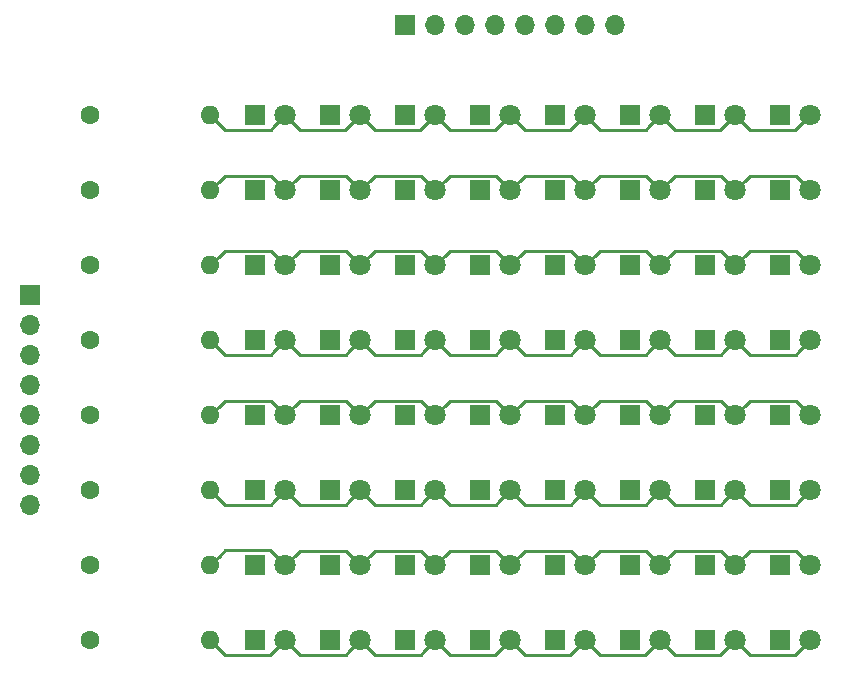
<source format=gbl>
G04 #@! TF.GenerationSoftware,KiCad,Pcbnew,5.0.2+dfsg1-1~bpo9+1*
G04 #@! TF.CreationDate,2019-05-26T15:46:40+01:00*
G04 #@! TF.ProjectId,LedMatrix,4c65644d-6174-4726-9978-2e6b69636164,1.0*
G04 #@! TF.SameCoordinates,Original*
G04 #@! TF.FileFunction,Copper,L2,Bot*
G04 #@! TF.FilePolarity,Positive*
%FSLAX46Y46*%
G04 Gerber Fmt 4.6, Leading zero omitted, Abs format (unit mm)*
G04 Created by KiCad (PCBNEW 5.0.2+dfsg1-1~bpo9+1) date Sun 26 May 2019 15:46:40 IST*
%MOMM*%
%LPD*%
G01*
G04 APERTURE LIST*
G04 #@! TA.AperFunction,ComponentPad*
%ADD10O,1.700000X1.700000*%
G04 #@! TD*
G04 #@! TA.AperFunction,ComponentPad*
%ADD11R,1.700000X1.700000*%
G04 #@! TD*
G04 #@! TA.AperFunction,ComponentPad*
%ADD12C,1.800000*%
G04 #@! TD*
G04 #@! TA.AperFunction,ComponentPad*
%ADD13R,1.800000X1.800000*%
G04 #@! TD*
G04 #@! TA.AperFunction,ComponentPad*
%ADD14O,1.600000X1.600000*%
G04 #@! TD*
G04 #@! TA.AperFunction,ComponentPad*
%ADD15C,1.600000*%
G04 #@! TD*
G04 #@! TA.AperFunction,Conductor*
%ADD16C,0.250000*%
G04 #@! TD*
G04 APERTURE END LIST*
D10*
G04 #@! TO.P,J2,8*
G04 #@! TO.N,Net-(D57-Pad1)*
X106680000Y-27940000D03*
G04 #@! TO.P,J2,7*
G04 #@! TO.N,Net-(D49-Pad1)*
X104140000Y-27940000D03*
G04 #@! TO.P,J2,6*
G04 #@! TO.N,Net-(D41-Pad1)*
X101600000Y-27940000D03*
G04 #@! TO.P,J2,5*
G04 #@! TO.N,Net-(D33-Pad1)*
X99060000Y-27940000D03*
G04 #@! TO.P,J2,4*
G04 #@! TO.N,Net-(D25-Pad1)*
X96520000Y-27940000D03*
G04 #@! TO.P,J2,3*
G04 #@! TO.N,Net-(D17-Pad1)*
X93980000Y-27940000D03*
G04 #@! TO.P,J2,2*
G04 #@! TO.N,Net-(D10-Pad1)*
X91440000Y-27940000D03*
D11*
G04 #@! TO.P,J2,1*
G04 #@! TO.N,Net-(D1-Pad1)*
X88900000Y-27940000D03*
G04 #@! TD*
G04 #@! TO.P,J1,1*
G04 #@! TO.N,Net-(J1-Pad1)*
X57150000Y-50800000D03*
D10*
G04 #@! TO.P,J1,2*
G04 #@! TO.N,Net-(J1-Pad2)*
X57150000Y-53340000D03*
G04 #@! TO.P,J1,3*
G04 #@! TO.N,Net-(J1-Pad3)*
X57150000Y-55880000D03*
G04 #@! TO.P,J1,4*
G04 #@! TO.N,Net-(J1-Pad4)*
X57150000Y-58420000D03*
G04 #@! TO.P,J1,5*
G04 #@! TO.N,Net-(J1-Pad5)*
X57150000Y-60960000D03*
G04 #@! TO.P,J1,6*
G04 #@! TO.N,Net-(J1-Pad6)*
X57150000Y-63500000D03*
G04 #@! TO.P,J1,7*
G04 #@! TO.N,Net-(J1-Pad7)*
X57150000Y-66040000D03*
G04 #@! TO.P,J1,8*
G04 #@! TO.N,Net-(J1-Pad8)*
X57150000Y-68580000D03*
G04 #@! TD*
D12*
G04 #@! TO.P,D41,2*
G04 #@! TO.N,Net-(D1-Pad2)*
X110490000Y-35560000D03*
D13*
G04 #@! TO.P,D41,1*
G04 #@! TO.N,Net-(D41-Pad1)*
X107950000Y-35560000D03*
G04 #@! TD*
G04 #@! TO.P,D42,1*
G04 #@! TO.N,Net-(D41-Pad1)*
X107950000Y-41910000D03*
D12*
G04 #@! TO.P,D42,2*
G04 #@! TO.N,Net-(D10-Pad2)*
X110490000Y-41910000D03*
G04 #@! TD*
D13*
G04 #@! TO.P,D58,1*
G04 #@! TO.N,Net-(D57-Pad1)*
X120650000Y-41910000D03*
D12*
G04 #@! TO.P,D58,2*
G04 #@! TO.N,Net-(D10-Pad2)*
X123190000Y-41910000D03*
G04 #@! TD*
G04 #@! TO.P,D50,2*
G04 #@! TO.N,Net-(D10-Pad2)*
X116840000Y-41910000D03*
D13*
G04 #@! TO.P,D50,1*
G04 #@! TO.N,Net-(D49-Pad1)*
X114300000Y-41910000D03*
G04 #@! TD*
D12*
G04 #@! TO.P,D57,2*
G04 #@! TO.N,Net-(D1-Pad2)*
X123190000Y-35560000D03*
D13*
G04 #@! TO.P,D57,1*
G04 #@! TO.N,Net-(D57-Pad1)*
X120650000Y-35560000D03*
G04 #@! TD*
D12*
G04 #@! TO.P,D49,2*
G04 #@! TO.N,Net-(D1-Pad2)*
X116840000Y-35560000D03*
D13*
G04 #@! TO.P,D49,1*
G04 #@! TO.N,Net-(D49-Pad1)*
X114300000Y-35560000D03*
G04 #@! TD*
D12*
G04 #@! TO.P,D52,2*
G04 #@! TO.N,Net-(D12-Pad2)*
X116840000Y-54610000D03*
D13*
G04 #@! TO.P,D52,1*
G04 #@! TO.N,Net-(D49-Pad1)*
X114300000Y-54610000D03*
G04 #@! TD*
G04 #@! TO.P,D54,1*
G04 #@! TO.N,Net-(D49-Pad1)*
X114300000Y-67310000D03*
D12*
G04 #@! TO.P,D54,2*
G04 #@! TO.N,Net-(D14-Pad2)*
X116840000Y-67310000D03*
G04 #@! TD*
G04 #@! TO.P,D55,2*
G04 #@! TO.N,Net-(D15-Pad2)*
X116840000Y-73660000D03*
D13*
G04 #@! TO.P,D55,1*
G04 #@! TO.N,Net-(D49-Pad1)*
X114300000Y-73660000D03*
G04 #@! TD*
G04 #@! TO.P,D56,1*
G04 #@! TO.N,Net-(D49-Pad1)*
X114300000Y-80010000D03*
D12*
G04 #@! TO.P,D56,2*
G04 #@! TO.N,Net-(D16-Pad2)*
X116840000Y-80010000D03*
G04 #@! TD*
G04 #@! TO.P,D59,2*
G04 #@! TO.N,Net-(D11-Pad2)*
X123190000Y-48260000D03*
D13*
G04 #@! TO.P,D59,1*
G04 #@! TO.N,Net-(D57-Pad1)*
X120650000Y-48260000D03*
G04 #@! TD*
G04 #@! TO.P,D60,1*
G04 #@! TO.N,Net-(D57-Pad1)*
X120650000Y-54610000D03*
D12*
G04 #@! TO.P,D60,2*
G04 #@! TO.N,Net-(D12-Pad2)*
X123190000Y-54610000D03*
G04 #@! TD*
G04 #@! TO.P,D61,2*
G04 #@! TO.N,Net-(D13-Pad2)*
X123190000Y-60960000D03*
D13*
G04 #@! TO.P,D61,1*
G04 #@! TO.N,Net-(D57-Pad1)*
X120650000Y-60960000D03*
G04 #@! TD*
G04 #@! TO.P,D62,1*
G04 #@! TO.N,Net-(D57-Pad1)*
X120650000Y-67310000D03*
D12*
G04 #@! TO.P,D62,2*
G04 #@! TO.N,Net-(D14-Pad2)*
X123190000Y-67310000D03*
G04 #@! TD*
G04 #@! TO.P,D63,2*
G04 #@! TO.N,Net-(D15-Pad2)*
X123190000Y-73660000D03*
D13*
G04 #@! TO.P,D63,1*
G04 #@! TO.N,Net-(D57-Pad1)*
X120650000Y-73660000D03*
G04 #@! TD*
G04 #@! TO.P,D64,1*
G04 #@! TO.N,Net-(D57-Pad1)*
X120650000Y-80010000D03*
D12*
G04 #@! TO.P,D64,2*
G04 #@! TO.N,Net-(D16-Pad2)*
X123190000Y-80010000D03*
G04 #@! TD*
G04 #@! TO.P,D10,2*
G04 #@! TO.N,Net-(D10-Pad2)*
X85090000Y-41910000D03*
D13*
G04 #@! TO.P,D10,1*
G04 #@! TO.N,Net-(D10-Pad1)*
X82550000Y-41910000D03*
G04 #@! TD*
G04 #@! TO.P,D17,1*
G04 #@! TO.N,Net-(D17-Pad1)*
X88900000Y-35560000D03*
D12*
G04 #@! TO.P,D17,2*
G04 #@! TO.N,Net-(D1-Pad2)*
X91440000Y-35560000D03*
G04 #@! TD*
G04 #@! TO.P,D15,2*
G04 #@! TO.N,Net-(D15-Pad2)*
X85090000Y-73660000D03*
D13*
G04 #@! TO.P,D15,1*
G04 #@! TO.N,Net-(D10-Pad1)*
X82550000Y-73660000D03*
G04 #@! TD*
G04 #@! TO.P,D53,1*
G04 #@! TO.N,Net-(D49-Pad1)*
X114300000Y-60960000D03*
D12*
G04 #@! TO.P,D53,2*
G04 #@! TO.N,Net-(D13-Pad2)*
X116840000Y-60960000D03*
G04 #@! TD*
G04 #@! TO.P,D51,2*
G04 #@! TO.N,Net-(D11-Pad2)*
X116840000Y-48260000D03*
D13*
G04 #@! TO.P,D51,1*
G04 #@! TO.N,Net-(D49-Pad1)*
X114300000Y-48260000D03*
G04 #@! TD*
G04 #@! TO.P,D38,1*
G04 #@! TO.N,Net-(D33-Pad1)*
X101600000Y-67310000D03*
D12*
G04 #@! TO.P,D38,2*
G04 #@! TO.N,Net-(D14-Pad2)*
X104140000Y-67310000D03*
G04 #@! TD*
G04 #@! TO.P,D39,2*
G04 #@! TO.N,Net-(D15-Pad2)*
X104140000Y-73660000D03*
D13*
G04 #@! TO.P,D39,1*
G04 #@! TO.N,Net-(D33-Pad1)*
X101600000Y-73660000D03*
G04 #@! TD*
G04 #@! TO.P,D40,1*
G04 #@! TO.N,Net-(D33-Pad1)*
X101600000Y-80010000D03*
D12*
G04 #@! TO.P,D40,2*
G04 #@! TO.N,Net-(D16-Pad2)*
X104140000Y-80010000D03*
G04 #@! TD*
G04 #@! TO.P,D43,2*
G04 #@! TO.N,Net-(D11-Pad2)*
X110490000Y-48260000D03*
D13*
G04 #@! TO.P,D43,1*
G04 #@! TO.N,Net-(D41-Pad1)*
X107950000Y-48260000D03*
G04 #@! TD*
G04 #@! TO.P,D44,1*
G04 #@! TO.N,Net-(D41-Pad1)*
X107950000Y-54610000D03*
D12*
G04 #@! TO.P,D44,2*
G04 #@! TO.N,Net-(D12-Pad2)*
X110490000Y-54610000D03*
G04 #@! TD*
G04 #@! TO.P,D45,2*
G04 #@! TO.N,Net-(D13-Pad2)*
X110490000Y-60960000D03*
D13*
G04 #@! TO.P,D45,1*
G04 #@! TO.N,Net-(D41-Pad1)*
X107950000Y-60960000D03*
G04 #@! TD*
G04 #@! TO.P,D46,1*
G04 #@! TO.N,Net-(D41-Pad1)*
X107950000Y-67310000D03*
D12*
G04 #@! TO.P,D46,2*
G04 #@! TO.N,Net-(D14-Pad2)*
X110490000Y-67310000D03*
G04 #@! TD*
G04 #@! TO.P,D47,2*
G04 #@! TO.N,Net-(D15-Pad2)*
X110490000Y-73660000D03*
D13*
G04 #@! TO.P,D47,1*
G04 #@! TO.N,Net-(D41-Pad1)*
X107950000Y-73660000D03*
G04 #@! TD*
G04 #@! TO.P,D48,1*
G04 #@! TO.N,Net-(D41-Pad1)*
X107950000Y-80010000D03*
D12*
G04 #@! TO.P,D48,2*
G04 #@! TO.N,Net-(D16-Pad2)*
X110490000Y-80010000D03*
G04 #@! TD*
D13*
G04 #@! TO.P,D1,1*
G04 #@! TO.N,Net-(D1-Pad1)*
X76200000Y-35560000D03*
D12*
G04 #@! TO.P,D1,2*
G04 #@! TO.N,Net-(D1-Pad2)*
X78740000Y-35560000D03*
G04 #@! TD*
D13*
G04 #@! TO.P,D16,1*
G04 #@! TO.N,Net-(D10-Pad1)*
X82550000Y-80010000D03*
D12*
G04 #@! TO.P,D16,2*
G04 #@! TO.N,Net-(D16-Pad2)*
X85090000Y-80010000D03*
G04 #@! TD*
G04 #@! TO.P,D19,2*
G04 #@! TO.N,Net-(D11-Pad2)*
X91440000Y-48260000D03*
D13*
G04 #@! TO.P,D19,1*
G04 #@! TO.N,Net-(D17-Pad1)*
X88900000Y-48260000D03*
G04 #@! TD*
G04 #@! TO.P,D21,1*
G04 #@! TO.N,Net-(D17-Pad1)*
X88900000Y-60960000D03*
D12*
G04 #@! TO.P,D21,2*
G04 #@! TO.N,Net-(D13-Pad2)*
X91440000Y-60960000D03*
G04 #@! TD*
G04 #@! TO.P,D22,2*
G04 #@! TO.N,Net-(D14-Pad2)*
X91440000Y-67310000D03*
D13*
G04 #@! TO.P,D22,1*
G04 #@! TO.N,Net-(D17-Pad1)*
X88900000Y-67310000D03*
G04 #@! TD*
G04 #@! TO.P,D23,1*
G04 #@! TO.N,Net-(D17-Pad1)*
X88900000Y-73660000D03*
D12*
G04 #@! TO.P,D23,2*
G04 #@! TO.N,Net-(D15-Pad2)*
X91440000Y-73660000D03*
G04 #@! TD*
G04 #@! TO.P,D24,2*
G04 #@! TO.N,Net-(D16-Pad2)*
X91440000Y-80010000D03*
D13*
G04 #@! TO.P,D24,1*
G04 #@! TO.N,Net-(D17-Pad1)*
X88900000Y-80010000D03*
G04 #@! TD*
G04 #@! TO.P,D25,1*
G04 #@! TO.N,Net-(D25-Pad1)*
X95250000Y-35560000D03*
D12*
G04 #@! TO.P,D25,2*
G04 #@! TO.N,Net-(D1-Pad2)*
X97790000Y-35560000D03*
G04 #@! TD*
G04 #@! TO.P,D26,2*
G04 #@! TO.N,Net-(D10-Pad2)*
X97790000Y-41910000D03*
D13*
G04 #@! TO.P,D26,1*
G04 #@! TO.N,Net-(D25-Pad1)*
X95250000Y-41910000D03*
G04 #@! TD*
G04 #@! TO.P,D27,1*
G04 #@! TO.N,Net-(D25-Pad1)*
X95250000Y-48260000D03*
D12*
G04 #@! TO.P,D27,2*
G04 #@! TO.N,Net-(D11-Pad2)*
X97790000Y-48260000D03*
G04 #@! TD*
G04 #@! TO.P,D28,2*
G04 #@! TO.N,Net-(D12-Pad2)*
X97790000Y-54610000D03*
D13*
G04 #@! TO.P,D28,1*
G04 #@! TO.N,Net-(D25-Pad1)*
X95250000Y-54610000D03*
G04 #@! TD*
G04 #@! TO.P,D29,1*
G04 #@! TO.N,Net-(D25-Pad1)*
X95250000Y-60960000D03*
D12*
G04 #@! TO.P,D29,2*
G04 #@! TO.N,Net-(D13-Pad2)*
X97790000Y-60960000D03*
G04 #@! TD*
G04 #@! TO.P,D30,2*
G04 #@! TO.N,Net-(D14-Pad2)*
X97790000Y-67310000D03*
D13*
G04 #@! TO.P,D30,1*
G04 #@! TO.N,Net-(D25-Pad1)*
X95250000Y-67310000D03*
G04 #@! TD*
G04 #@! TO.P,D31,1*
G04 #@! TO.N,Net-(D25-Pad1)*
X95250000Y-73660000D03*
D12*
G04 #@! TO.P,D31,2*
G04 #@! TO.N,Net-(D15-Pad2)*
X97790000Y-73660000D03*
G04 #@! TD*
G04 #@! TO.P,D32,2*
G04 #@! TO.N,Net-(D16-Pad2)*
X97790000Y-80010000D03*
D13*
G04 #@! TO.P,D32,1*
G04 #@! TO.N,Net-(D25-Pad1)*
X95250000Y-80010000D03*
G04 #@! TD*
G04 #@! TO.P,D33,1*
G04 #@! TO.N,Net-(D33-Pad1)*
X101600000Y-35560000D03*
D12*
G04 #@! TO.P,D33,2*
G04 #@! TO.N,Net-(D1-Pad2)*
X104140000Y-35560000D03*
G04 #@! TD*
G04 #@! TO.P,D34,2*
G04 #@! TO.N,Net-(D10-Pad2)*
X104140000Y-41910000D03*
D13*
G04 #@! TO.P,D34,1*
G04 #@! TO.N,Net-(D33-Pad1)*
X101600000Y-41910000D03*
G04 #@! TD*
G04 #@! TO.P,D35,1*
G04 #@! TO.N,Net-(D33-Pad1)*
X101600000Y-48260000D03*
D12*
G04 #@! TO.P,D35,2*
G04 #@! TO.N,Net-(D11-Pad2)*
X104140000Y-48260000D03*
G04 #@! TD*
G04 #@! TO.P,D37,2*
G04 #@! TO.N,Net-(D13-Pad2)*
X104140000Y-60960000D03*
D13*
G04 #@! TO.P,D37,1*
G04 #@! TO.N,Net-(D33-Pad1)*
X101600000Y-60960000D03*
G04 #@! TD*
G04 #@! TO.P,D13,1*
G04 #@! TO.N,Net-(D10-Pad1)*
X82550000Y-60960000D03*
D12*
G04 #@! TO.P,D13,2*
G04 #@! TO.N,Net-(D13-Pad2)*
X85090000Y-60960000D03*
G04 #@! TD*
G04 #@! TO.P,D12,2*
G04 #@! TO.N,Net-(D12-Pad2)*
X85090000Y-54610000D03*
D13*
G04 #@! TO.P,D12,1*
G04 #@! TO.N,Net-(D10-Pad1)*
X82550000Y-54610000D03*
G04 #@! TD*
G04 #@! TO.P,D11,1*
G04 #@! TO.N,Net-(D10-Pad1)*
X82550000Y-48260000D03*
D12*
G04 #@! TO.P,D11,2*
G04 #@! TO.N,Net-(D11-Pad2)*
X85090000Y-48260000D03*
G04 #@! TD*
G04 #@! TO.P,D18,2*
G04 #@! TO.N,Net-(D10-Pad2)*
X91440000Y-41910000D03*
D13*
G04 #@! TO.P,D18,1*
G04 #@! TO.N,Net-(D17-Pad1)*
X88900000Y-41910000D03*
G04 #@! TD*
G04 #@! TO.P,D9,1*
G04 #@! TO.N,Net-(D10-Pad1)*
X82550000Y-35560000D03*
D12*
G04 #@! TO.P,D9,2*
G04 #@! TO.N,Net-(D1-Pad2)*
X85090000Y-35560000D03*
G04 #@! TD*
G04 #@! TO.P,D8,2*
G04 #@! TO.N,Net-(D16-Pad2)*
X78740000Y-80010000D03*
D13*
G04 #@! TO.P,D8,1*
G04 #@! TO.N,Net-(D1-Pad1)*
X76200000Y-80010000D03*
G04 #@! TD*
G04 #@! TO.P,D7,1*
G04 #@! TO.N,Net-(D1-Pad1)*
X76200000Y-73660000D03*
D12*
G04 #@! TO.P,D7,2*
G04 #@! TO.N,Net-(D15-Pad2)*
X78740000Y-73660000D03*
G04 #@! TD*
G04 #@! TO.P,D6,2*
G04 #@! TO.N,Net-(D14-Pad2)*
X78740000Y-67310000D03*
D13*
G04 #@! TO.P,D6,1*
G04 #@! TO.N,Net-(D1-Pad1)*
X76200000Y-67310000D03*
G04 #@! TD*
G04 #@! TO.P,D5,1*
G04 #@! TO.N,Net-(D1-Pad1)*
X76200000Y-60960000D03*
D12*
G04 #@! TO.P,D5,2*
G04 #@! TO.N,Net-(D13-Pad2)*
X78740000Y-60960000D03*
G04 #@! TD*
G04 #@! TO.P,D4,2*
G04 #@! TO.N,Net-(D12-Pad2)*
X78740000Y-54610000D03*
D13*
G04 #@! TO.P,D4,1*
G04 #@! TO.N,Net-(D1-Pad1)*
X76200000Y-54610000D03*
G04 #@! TD*
G04 #@! TO.P,D3,1*
G04 #@! TO.N,Net-(D1-Pad1)*
X76200000Y-48260000D03*
D12*
G04 #@! TO.P,D3,2*
G04 #@! TO.N,Net-(D11-Pad2)*
X78740000Y-48260000D03*
G04 #@! TD*
G04 #@! TO.P,D2,2*
G04 #@! TO.N,Net-(D10-Pad2)*
X78740000Y-41910000D03*
D13*
G04 #@! TO.P,D2,1*
G04 #@! TO.N,Net-(D1-Pad1)*
X76200000Y-41910000D03*
G04 #@! TD*
G04 #@! TO.P,D20,1*
G04 #@! TO.N,Net-(D17-Pad1)*
X88900000Y-54610000D03*
D12*
G04 #@! TO.P,D20,2*
G04 #@! TO.N,Net-(D12-Pad2)*
X91440000Y-54610000D03*
G04 #@! TD*
G04 #@! TO.P,D14,2*
G04 #@! TO.N,Net-(D14-Pad2)*
X85090000Y-67310000D03*
D13*
G04 #@! TO.P,D14,1*
G04 #@! TO.N,Net-(D10-Pad1)*
X82550000Y-67310000D03*
G04 #@! TD*
G04 #@! TO.P,D36,1*
G04 #@! TO.N,Net-(D33-Pad1)*
X101600000Y-54610000D03*
D12*
G04 #@! TO.P,D36,2*
G04 #@! TO.N,Net-(D12-Pad2)*
X104140000Y-54610000D03*
G04 #@! TD*
D14*
G04 #@! TO.P,R8,2*
G04 #@! TO.N,Net-(D16-Pad2)*
X72390000Y-80010000D03*
D15*
G04 #@! TO.P,R8,1*
G04 #@! TO.N,Net-(J1-Pad8)*
X62230000Y-80010000D03*
G04 #@! TD*
G04 #@! TO.P,R1,1*
G04 #@! TO.N,Net-(J1-Pad1)*
X62230000Y-35560000D03*
D14*
G04 #@! TO.P,R1,2*
G04 #@! TO.N,Net-(D1-Pad2)*
X72390000Y-35560000D03*
G04 #@! TD*
G04 #@! TO.P,R2,2*
G04 #@! TO.N,Net-(D10-Pad2)*
X72390000Y-41910000D03*
D15*
G04 #@! TO.P,R2,1*
G04 #@! TO.N,Net-(J1-Pad2)*
X62230000Y-41910000D03*
G04 #@! TD*
G04 #@! TO.P,R3,1*
G04 #@! TO.N,Net-(J1-Pad3)*
X62230000Y-48260000D03*
D14*
G04 #@! TO.P,R3,2*
G04 #@! TO.N,Net-(D11-Pad2)*
X72390000Y-48260000D03*
G04 #@! TD*
G04 #@! TO.P,R4,2*
G04 #@! TO.N,Net-(D12-Pad2)*
X72390000Y-54610000D03*
D15*
G04 #@! TO.P,R4,1*
G04 #@! TO.N,Net-(J1-Pad4)*
X62230000Y-54610000D03*
G04 #@! TD*
G04 #@! TO.P,R5,1*
G04 #@! TO.N,Net-(J1-Pad5)*
X62230000Y-60960000D03*
D14*
G04 #@! TO.P,R5,2*
G04 #@! TO.N,Net-(D13-Pad2)*
X72390000Y-60960000D03*
G04 #@! TD*
G04 #@! TO.P,R6,2*
G04 #@! TO.N,Net-(D14-Pad2)*
X72390000Y-67310000D03*
D15*
G04 #@! TO.P,R6,1*
G04 #@! TO.N,Net-(J1-Pad6)*
X62230000Y-67310000D03*
G04 #@! TD*
G04 #@! TO.P,R7,1*
G04 #@! TO.N,Net-(J1-Pad7)*
X62230000Y-73660000D03*
D14*
G04 #@! TO.P,R7,2*
G04 #@! TO.N,Net-(D15-Pad2)*
X72390000Y-73660000D03*
G04 #@! TD*
D16*
G04 #@! TO.N,Net-(D15-Pad2)*
X117739999Y-72760001D02*
X116840000Y-73660000D01*
X118065001Y-72434999D02*
X117739999Y-72760001D01*
X121964999Y-72434999D02*
X118065001Y-72434999D01*
X123190000Y-73660000D02*
X121964999Y-72434999D01*
X111389999Y-72760001D02*
X110490000Y-73660000D01*
X111715001Y-72434999D02*
X111389999Y-72760001D01*
X115614999Y-72434999D02*
X111715001Y-72434999D01*
X116840000Y-73660000D02*
X115614999Y-72434999D01*
X105039999Y-72760001D02*
X104140000Y-73660000D01*
X105365001Y-72434999D02*
X105039999Y-72760001D01*
X109264999Y-72434999D02*
X105365001Y-72434999D01*
X110490000Y-73660000D02*
X109264999Y-72434999D01*
X98689999Y-72760001D02*
X97790000Y-73660000D01*
X99015001Y-72434999D02*
X98689999Y-72760001D01*
X102914999Y-72434999D02*
X99015001Y-72434999D01*
X104140000Y-73660000D02*
X102914999Y-72434999D01*
X92339999Y-72760001D02*
X91440000Y-73660000D01*
X96564999Y-72434999D02*
X92665001Y-72434999D01*
X92665001Y-72434999D02*
X92339999Y-72760001D01*
X97790000Y-73660000D02*
X96564999Y-72434999D01*
X85989999Y-72760001D02*
X85090000Y-73660000D01*
X90214999Y-72434999D02*
X86315001Y-72434999D01*
X86315001Y-72434999D02*
X85989999Y-72760001D01*
X91440000Y-73660000D02*
X90214999Y-72434999D01*
X79639999Y-72760001D02*
X78740000Y-73660000D01*
X79965001Y-72434999D02*
X79639999Y-72760001D01*
X83864999Y-72434999D02*
X79965001Y-72434999D01*
X85090000Y-73660000D02*
X83864999Y-72434999D01*
X73189999Y-72860001D02*
X72390000Y-73660000D01*
X73660000Y-72390000D02*
X73189999Y-72860001D01*
X77470000Y-72390000D02*
X73660000Y-72390000D01*
X78740000Y-73660000D02*
X77470000Y-72390000D01*
G04 #@! TO.N,Net-(D14-Pad2)*
X77514999Y-68535001D02*
X77840001Y-68209999D01*
X73615001Y-68535001D02*
X77514999Y-68535001D01*
X77840001Y-68209999D02*
X78740000Y-67310000D01*
X72390000Y-67310000D02*
X73615001Y-68535001D01*
X84190001Y-68209999D02*
X85090000Y-67310000D01*
X83864999Y-68535001D02*
X84190001Y-68209999D01*
X79965001Y-68535001D02*
X83864999Y-68535001D01*
X78740000Y-67310000D02*
X79965001Y-68535001D01*
X90540001Y-68209999D02*
X91440000Y-67310000D01*
X90214999Y-68535001D02*
X90540001Y-68209999D01*
X86315001Y-68535001D02*
X90214999Y-68535001D01*
X85090000Y-67310000D02*
X86315001Y-68535001D01*
X96890001Y-68209999D02*
X97790000Y-67310000D01*
X96564999Y-68535001D02*
X96890001Y-68209999D01*
X92665001Y-68535001D02*
X96564999Y-68535001D01*
X91440000Y-67310000D02*
X92665001Y-68535001D01*
X103240001Y-68209999D02*
X104140000Y-67310000D01*
X99015001Y-68535001D02*
X102914999Y-68535001D01*
X102914999Y-68535001D02*
X103240001Y-68209999D01*
X97790000Y-67310000D02*
X99015001Y-68535001D01*
X109264999Y-68535001D02*
X109590001Y-68209999D01*
X105365001Y-68535001D02*
X109264999Y-68535001D01*
X109590001Y-68209999D02*
X110490000Y-67310000D01*
X104140000Y-67310000D02*
X105365001Y-68535001D01*
X115940001Y-68209999D02*
X116840000Y-67310000D01*
X115614999Y-68535001D02*
X115940001Y-68209999D01*
X111715001Y-68535001D02*
X115614999Y-68535001D01*
X110490000Y-67310000D02*
X111715001Y-68535001D01*
X118065001Y-68535001D02*
X121964999Y-68535001D01*
X122290001Y-68209999D02*
X123190000Y-67310000D01*
X121964999Y-68535001D02*
X122290001Y-68209999D01*
X116840000Y-67310000D02*
X118065001Y-68535001D01*
G04 #@! TO.N,Net-(D13-Pad2)*
X117739999Y-60060001D02*
X116840000Y-60960000D01*
X118065001Y-59734999D02*
X117739999Y-60060001D01*
X121964999Y-59734999D02*
X118065001Y-59734999D01*
X123190000Y-60960000D02*
X121964999Y-59734999D01*
X111715001Y-59734999D02*
X111389999Y-60060001D01*
X111389999Y-60060001D02*
X110490000Y-60960000D01*
X115614999Y-59734999D02*
X111715001Y-59734999D01*
X116840000Y-60960000D02*
X115614999Y-59734999D01*
X105365001Y-59734999D02*
X105039999Y-60060001D01*
X109264999Y-59734999D02*
X105365001Y-59734999D01*
X105039999Y-60060001D02*
X104140000Y-60960000D01*
X110490000Y-60960000D02*
X109264999Y-59734999D01*
X98689999Y-60060001D02*
X97790000Y-60960000D01*
X99015001Y-59734999D02*
X98689999Y-60060001D01*
X102914999Y-59734999D02*
X99015001Y-59734999D01*
X104140000Y-60960000D02*
X102914999Y-59734999D01*
X92339999Y-60060001D02*
X91440000Y-60960000D01*
X92665001Y-59734999D02*
X92339999Y-60060001D01*
X96564999Y-59734999D02*
X92665001Y-59734999D01*
X97790000Y-60960000D02*
X96564999Y-59734999D01*
X85989999Y-60060001D02*
X85090000Y-60960000D01*
X86315001Y-59734999D02*
X85989999Y-60060001D01*
X90214999Y-59734999D02*
X86315001Y-59734999D01*
X91440000Y-60960000D02*
X90214999Y-59734999D01*
X79639999Y-60060001D02*
X78740000Y-60960000D01*
X79965001Y-59734999D02*
X79639999Y-60060001D01*
X83864999Y-59734999D02*
X79965001Y-59734999D01*
X85090000Y-60960000D02*
X83864999Y-59734999D01*
X73615001Y-59734999D02*
X73189999Y-60160001D01*
X77514999Y-59734999D02*
X73615001Y-59734999D01*
X73189999Y-60160001D02*
X72390000Y-60960000D01*
X78740000Y-60960000D02*
X77514999Y-59734999D01*
G04 #@! TO.N,Net-(D12-Pad2)*
X77840001Y-55509999D02*
X78740000Y-54610000D01*
X77514999Y-55835001D02*
X77840001Y-55509999D01*
X73615001Y-55835001D02*
X77514999Y-55835001D01*
X72390000Y-54610000D02*
X73615001Y-55835001D01*
X84190001Y-55509999D02*
X85090000Y-54610000D01*
X79965001Y-55835001D02*
X83864999Y-55835001D01*
X83864999Y-55835001D02*
X84190001Y-55509999D01*
X78740000Y-54610000D02*
X79965001Y-55835001D01*
X90540001Y-55509999D02*
X91440000Y-54610000D01*
X90214999Y-55835001D02*
X90540001Y-55509999D01*
X86315001Y-55835001D02*
X90214999Y-55835001D01*
X85090000Y-54610000D02*
X86315001Y-55835001D01*
X96890001Y-55509999D02*
X97790000Y-54610000D01*
X96564999Y-55835001D02*
X96890001Y-55509999D01*
X92665001Y-55835001D02*
X96564999Y-55835001D01*
X91440000Y-54610000D02*
X92665001Y-55835001D01*
X103240001Y-55509999D02*
X104140000Y-54610000D01*
X102914999Y-55835001D02*
X103240001Y-55509999D01*
X99015001Y-55835001D02*
X102914999Y-55835001D01*
X97790000Y-54610000D02*
X99015001Y-55835001D01*
X109590001Y-55509999D02*
X110490000Y-54610000D01*
X109264999Y-55835001D02*
X109590001Y-55509999D01*
X105365001Y-55835001D02*
X109264999Y-55835001D01*
X104140000Y-54610000D02*
X105365001Y-55835001D01*
X115940001Y-55509999D02*
X116840000Y-54610000D01*
X115614999Y-55835001D02*
X115940001Y-55509999D01*
X111715001Y-55835001D02*
X115614999Y-55835001D01*
X110490000Y-54610000D02*
X111715001Y-55835001D01*
X122290001Y-55509999D02*
X123190000Y-54610000D01*
X121964999Y-55835001D02*
X122290001Y-55509999D01*
X118065001Y-55835001D02*
X121964999Y-55835001D01*
X116840000Y-54610000D02*
X118065001Y-55835001D01*
G04 #@! TO.N,Net-(D11-Pad2)*
X105039999Y-47360001D02*
X104140000Y-48260000D01*
X99015001Y-47034999D02*
X98689999Y-47360001D01*
X102914999Y-47034999D02*
X99015001Y-47034999D01*
X98689999Y-47360001D02*
X97790000Y-48260000D01*
X104140000Y-48260000D02*
X102914999Y-47034999D01*
X92665001Y-47034999D02*
X92339999Y-47360001D01*
X96564999Y-47034999D02*
X92665001Y-47034999D01*
X92339999Y-47360001D02*
X91440000Y-48260000D01*
X97790000Y-48260000D02*
X96564999Y-47034999D01*
X86315001Y-47034999D02*
X85989999Y-47360001D01*
X85989999Y-47360001D02*
X85090000Y-48260000D01*
X90214999Y-47034999D02*
X86315001Y-47034999D01*
X91440000Y-48260000D02*
X90214999Y-47034999D01*
X83864999Y-47034999D02*
X79965001Y-47034999D01*
X79639999Y-47360001D02*
X78740000Y-48260000D01*
X79965001Y-47034999D02*
X79639999Y-47360001D01*
X85090000Y-48260000D02*
X83864999Y-47034999D01*
X73615001Y-47034999D02*
X73189999Y-47460001D01*
X77514999Y-47034999D02*
X73615001Y-47034999D01*
X73189999Y-47460001D02*
X72390000Y-48260000D01*
X78740000Y-48260000D02*
X77514999Y-47034999D01*
X123190000Y-48260000D02*
X121964999Y-47034999D01*
X115614999Y-47034999D02*
X111715001Y-47034999D01*
X105365001Y-47034999D02*
X105039999Y-47360001D01*
X117739999Y-47360001D02*
X116840000Y-48260000D01*
X121964999Y-47034999D02*
X118065001Y-47034999D01*
X118065001Y-47034999D02*
X117739999Y-47360001D01*
X109264999Y-47034999D02*
X105365001Y-47034999D01*
X116840000Y-48260000D02*
X115614999Y-47034999D01*
X111715001Y-47034999D02*
X111389999Y-47360001D01*
X111389999Y-47360001D02*
X110490000Y-48260000D01*
X110490000Y-48260000D02*
X109264999Y-47034999D01*
G04 #@! TO.N,Net-(D10-Pad2)*
X105039999Y-41010001D02*
X104140000Y-41910000D01*
X99015001Y-40684999D02*
X98689999Y-41010001D01*
X98689999Y-41010001D02*
X97790000Y-41910000D01*
X102914999Y-40684999D02*
X99015001Y-40684999D01*
X104140000Y-41910000D02*
X102914999Y-40684999D01*
X92339999Y-41010001D02*
X91440000Y-41910000D01*
X92665001Y-40684999D02*
X92339999Y-41010001D01*
X96564999Y-40684999D02*
X92665001Y-40684999D01*
X97790000Y-41910000D02*
X96564999Y-40684999D01*
X85989999Y-41010001D02*
X85090000Y-41910000D01*
X86315001Y-40684999D02*
X85989999Y-41010001D01*
X90214999Y-40684999D02*
X86315001Y-40684999D01*
X91440000Y-41910000D02*
X90214999Y-40684999D01*
X79965001Y-40684999D02*
X79639999Y-41010001D01*
X79639999Y-41010001D02*
X78740000Y-41910000D01*
X83864999Y-40684999D02*
X79965001Y-40684999D01*
X85090000Y-41910000D02*
X83864999Y-40684999D01*
X73189999Y-41110001D02*
X72390000Y-41910000D01*
X73615001Y-40684999D02*
X73189999Y-41110001D01*
X77514999Y-40684999D02*
X73615001Y-40684999D01*
X78740000Y-41910000D02*
X77514999Y-40684999D01*
X117739999Y-41010001D02*
X116840000Y-41910000D01*
X111389999Y-41010001D02*
X110490000Y-41910000D01*
X110490000Y-41910000D02*
X109264999Y-40684999D01*
X123190000Y-41910000D02*
X121964999Y-40684999D01*
X116840000Y-41910000D02*
X115614999Y-40684999D01*
X111715001Y-40684999D02*
X111389999Y-41010001D01*
X115614999Y-40684999D02*
X111715001Y-40684999D01*
X109264999Y-40684999D02*
X105365001Y-40684999D01*
X105365001Y-40684999D02*
X105039999Y-41010001D01*
X121964999Y-40684999D02*
X118065001Y-40684999D01*
X118065001Y-40684999D02*
X117739999Y-41010001D01*
G04 #@! TO.N,Net-(D1-Pad2)*
X77840001Y-36459999D02*
X78740000Y-35560000D01*
X77514999Y-36785001D02*
X77840001Y-36459999D01*
X73615001Y-36785001D02*
X77514999Y-36785001D01*
X72390000Y-35560000D02*
X73615001Y-36785001D01*
X84190001Y-36459999D02*
X85090000Y-35560000D01*
X83820000Y-36830000D02*
X84190001Y-36459999D01*
X80010000Y-36830000D02*
X83820000Y-36830000D01*
X78740000Y-35560000D02*
X80010000Y-36830000D01*
X90540001Y-36459999D02*
X91440000Y-35560000D01*
X86360000Y-36830000D02*
X90170000Y-36830000D01*
X90170000Y-36830000D02*
X90540001Y-36459999D01*
X85090000Y-35560000D02*
X86360000Y-36830000D01*
X96520000Y-36830000D02*
X96890001Y-36459999D01*
X92710000Y-36830000D02*
X96520000Y-36830000D01*
X96890001Y-36459999D02*
X97790000Y-35560000D01*
X91440000Y-35560000D02*
X92710000Y-36830000D01*
X103240001Y-36459999D02*
X104140000Y-35560000D01*
X102870000Y-36830000D02*
X103240001Y-36459999D01*
X99060000Y-36830000D02*
X102870000Y-36830000D01*
X97790000Y-35560000D02*
X99060000Y-36830000D01*
X104140000Y-35560000D02*
X105365001Y-36785001D01*
X115570000Y-36830000D02*
X115940001Y-36459999D01*
X109264999Y-36785001D02*
X109590001Y-36459999D01*
X109590001Y-36459999D02*
X110490000Y-35560000D01*
X118110000Y-36830000D02*
X121920000Y-36830000D01*
X122290001Y-36459999D02*
X123190000Y-35560000D01*
X105365001Y-36785001D02*
X109264999Y-36785001D01*
X121920000Y-36830000D02*
X122290001Y-36459999D01*
X111760000Y-36830000D02*
X115570000Y-36830000D01*
X115940001Y-36459999D02*
X116840000Y-35560000D01*
X110490000Y-35560000D02*
X111760000Y-36830000D01*
X116840000Y-35560000D02*
X118110000Y-36830000D01*
G04 #@! TO.N,Net-(D16-Pad2)*
X77470000Y-81280000D02*
X77840001Y-80909999D01*
X77840001Y-80909999D02*
X78740000Y-80010000D01*
X73660000Y-81280000D02*
X77470000Y-81280000D01*
X72390000Y-80010000D02*
X73660000Y-81280000D01*
X83864999Y-81235001D02*
X84190001Y-80909999D01*
X84190001Y-80909999D02*
X85090000Y-80010000D01*
X79965001Y-81235001D02*
X83864999Y-81235001D01*
X78740000Y-80010000D02*
X79965001Y-81235001D01*
X90540001Y-80909999D02*
X91440000Y-80010000D01*
X90214999Y-81235001D02*
X90540001Y-80909999D01*
X86315001Y-81235001D02*
X90214999Y-81235001D01*
X85090000Y-80010000D02*
X86315001Y-81235001D01*
X96520000Y-81280000D02*
X96890001Y-80909999D01*
X92710000Y-81280000D02*
X96520000Y-81280000D01*
X96890001Y-80909999D02*
X97790000Y-80010000D01*
X91440000Y-80010000D02*
X92710000Y-81280000D01*
X102870000Y-81280000D02*
X103240001Y-80909999D01*
X99060000Y-81280000D02*
X102870000Y-81280000D01*
X97790000Y-80010000D02*
X99060000Y-81280000D01*
X115570000Y-81280000D02*
X115940001Y-80909999D01*
X115940001Y-80909999D02*
X116840000Y-80010000D01*
X111760000Y-81280000D02*
X115570000Y-81280000D01*
X110490000Y-80010000D02*
X111760000Y-81280000D01*
X121920000Y-81280000D02*
X122290001Y-80909999D01*
X118110000Y-81280000D02*
X121920000Y-81280000D01*
X122290001Y-80909999D02*
X123190000Y-80010000D01*
X116840000Y-80010000D02*
X118110000Y-81280000D01*
X104140000Y-80010000D02*
X103240001Y-80909999D01*
X109590001Y-80909999D02*
X110490000Y-80010000D01*
X109220000Y-81280000D02*
X109590001Y-80909999D01*
X105410000Y-81280000D02*
X109220000Y-81280000D01*
X104140000Y-80010000D02*
X105410000Y-81280000D01*
G04 #@! TD*
M02*

</source>
